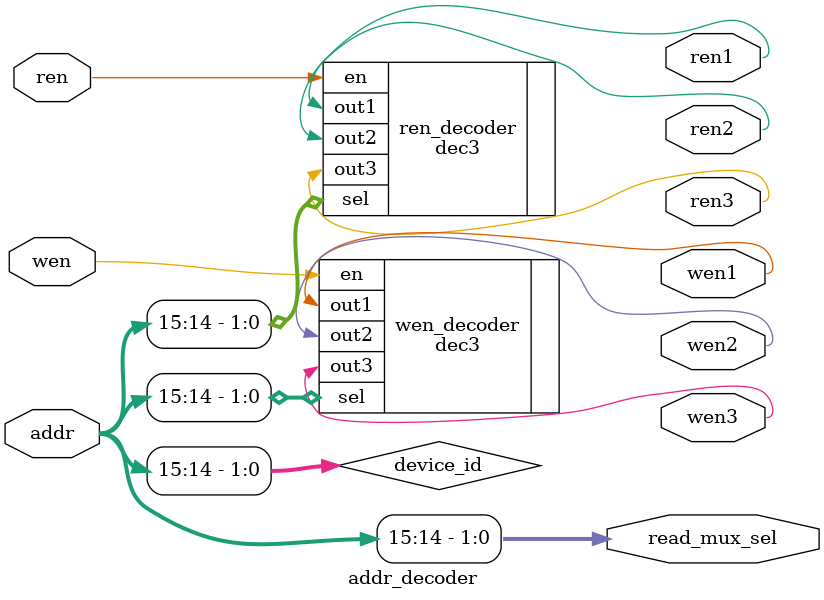
<source format=v>

module addr_decoder #(
    parameter ADDR_WIDTH = 16,
    parameter DEVICE_BIT_WIDTH = 2
) (
    input [ADDR_WIDTH-1:0] addr,
    input wen, ren,     // input controls from master
    output wen1, wen2, wen3,    // output controls
    output ren1, ren2, ren3,
    output [1:0] read_mux_sel
);
    wire [DEVICE_BIT_WIDTH-1:0] device_id;

    // Part of the address to identify the slave device
    assign device_id = addr[ADDR_WIDTH-1:ADDR_WIDTH-DEVICE_BIT_WIDTH];

    // To the read mux selector
    assign read_mux_sel = device_id;

    // To give the correct wen signals
    dec3 wen_decoder (
        .sel(device_id),
        .en(wen),
        .out1(wen1),
        .out2(wen2),
        .out3(wen3)
    );

    // To give the correct ren signals
    dec3 ren_decoder (
        .sel(device_id),
        .en(ren),
        .out1(ren1),
        .out2(ren2),
        .out3(ren3)
    );

endmodule
</source>
